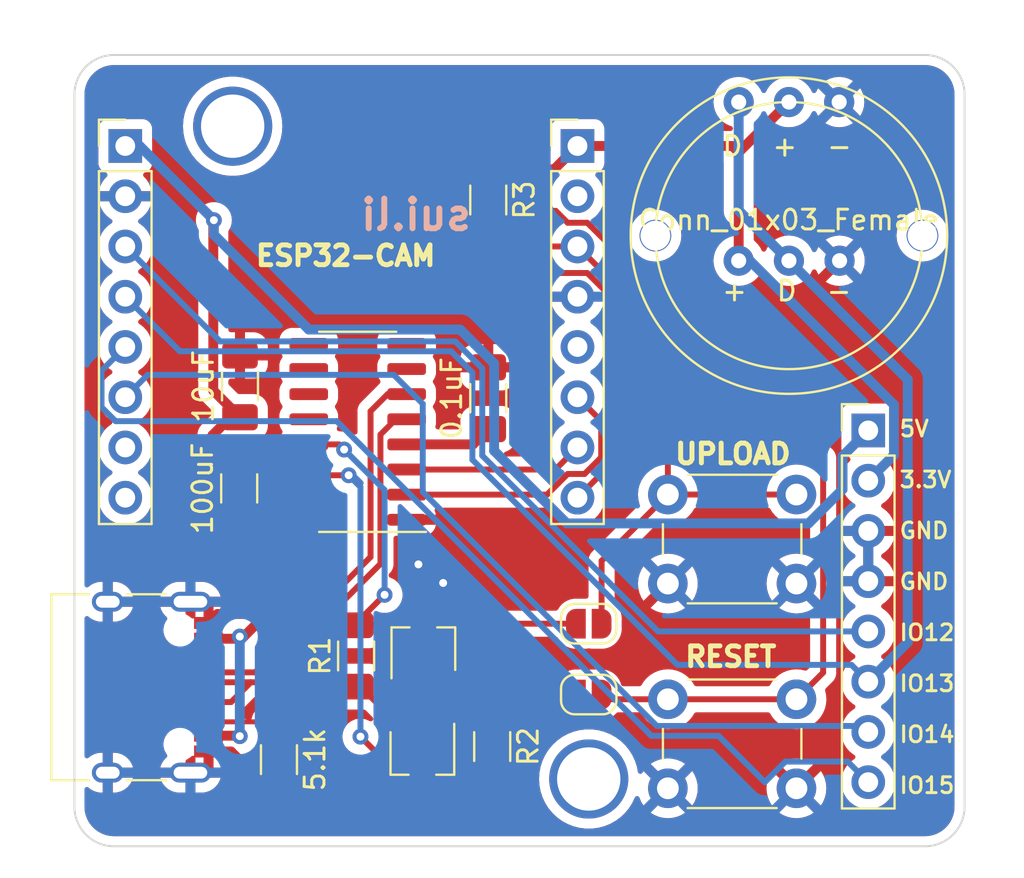
<source format=kicad_pcb>
(kicad_pcb (version 20211014) (generator pcbnew)
  (layers (0 "F.Cu" signal) (31 "B.Cu" signal) (34 "B.Paste" user) (35 "F.Paste" user) (36 "B.SilkS" user "B.Silkscreen") (37 "F.SilkS" user "F.Silkscreen") (38 "B.Mask" user) (39 "F.Mask" user) (44 "Edge.Cuts" user))
  (net 0 "")
  (net 1 "GPIO0")
  (net 2 "Net-(Q1-Pad2)")
  (net 3 "Net-(U1-Pad4)")
  (net 4 "GPIO12")
  (net 5 "GPIO13")
  (net 6 "GPIO15")
  (net 7 "GPIO14")
  (net 8 "Vin")
  (net 9 "GND")
  (net 10 "GPIO2")
  (net 11 "RX")
  (net 12 "TX")
  (net 13 "RST")
  (net 14 "GPIO4")
  (net 15 "3.3V")
  (net 16 "GPIO16")
  (net 17 "3.3V{slash}5V")
  (net 20 "D+")
  (net 21 "D-")
  (net 22 "Net-(JP1-Pad1)")
  (net 28 "Net-(J3-PadA5)")
  (net 31 "Net-(Q2-Pad2)")
  (net 32 "Net-(Q1-Pad3)")
  (net 33 "Net-(Q2-Pad3)")
  (net 34 "Net-(JP2-Pad1)")
  (footprint "Connector_PinHeader_2.54mm:PinHeader_1x08_P2.54mm_Vertical" (layer "F.Cu") (at 53.57 110)
    (fp_text reference "J1" hide)
    (fp_text value "Conn_01x08_Female" hide)
    (fp_line (start -1.33 0) (end -1.33 -1.33) (layer "F.SilkS") (width 0.12))
    (fp_line (start -1.33 1.27) (end -1.33 19.11) (layer "F.SilkS") (width 0.12))
    (fp_line (start -1.33 1.27) (end 1.33 1.27) (layer "F.SilkS") (width 0.12))
    (fp_line (start 1.33 1.27) (end 1.33 19.11) (layer "F.SilkS") (width 0.12))
    (fp_line (start -1.33 19.11) (end 1.33 19.11) (layer "F.SilkS") (width 0.12))
    (fp_line (start -1.33 -1.33) (end 0 -1.33) (layer "F.SilkS") (width 0.12))
    (pad "1" thru_hole rect (at 0 0) (size 1.7 1.7) (drill 1) (layers *.Cu *.Mask) (net 8 "Vin"))
    (pad "2" thru_hole oval (at 0 2.54) (size 1.7 1.7) (drill 1) (layers *.Cu *.Mask) (net 9 "GND"))
    (pad "3" thru_hole oval (at 0 5.08) (size 1.7 1.7) (drill 1) (layers *.Cu *.Mask) (net 4 "GPIO12"))
    (pad "4" thru_hole oval (at 0 7.62) (size 1.7 1.7) (drill 1) (layers *.Cu *.Mask) (net 5 "GPIO13"))
    (pad "5" thru_hole oval (at 0 10.16) (size 1.7 1.7) (drill 1) (layers *.Cu *.Mask) (net 6 "GPIO15"))
    (pad "6" thru_hole oval (at 0 12.7) (size 1.7 1.7) (drill 1) (layers *.Cu *.Mask) (net 7 "GPIO14"))
    (pad "7" thru_hole oval (at 0 15.24) (size 1.7 1.7) (drill 1) (layers *.Cu *.Mask) (net 10 "GPIO2"))
    (pad "8" thru_hole oval (at 0 17.78) (size 1.7 1.7) (drill 1) (layers *.Cu *.Mask) (net 14 "GPIO4"))
  )
  (footprint "Button_Switch_THT:SW_PUSH_6mm" (layer "F.Cu") (at 81 127.62)
    (fp_text reference "SW1" hide)
    (fp_text value "SW_Push" hide)
    (fp_line (start 5.5 -1) (end 1 -1) (layer "F.SilkS") (width 0.12))
    (fp_line (start 6.75 3) (end 6.75 1.5) (layer "F.SilkS") (width 0.12))
    (fp_line (start -0.25 1.5) (end -0.25 3) (layer "F.SilkS") (width 0.12))
    (fp_line (start 1 5.5) (end 5.5 5.5) (layer "F.SilkS") (width 0.12))
    (pad "1" thru_hole circle (at 0 0 90) (size 2 2) (drill 1.1) (layers *.Cu *.Mask) (net 1 "GPIO0"))
    (pad "1" thru_hole circle (at 6.5 0 90) (size 2 2) (drill 1.1) (layers *.Cu *.Mask) (net 1 "GPIO0"))
    (pad "2" thru_hole circle (at 6.5 4.5 90) (size 2 2) (drill 1.1) (layers *.Cu *.Mask) (net 9 "GND"))
    (pad "2" thru_hole circle (at 0 4.5 90) (size 2 2) (drill 1.1) (layers *.Cu *.Mask) (net 9 "GND"))
  )
  (footprint "Suat:PIR" (layer "F.Cu") (at 87.12 114.53)
    (fp_text reference "J4" hide)
    (fp_text value "Conn_01x03_Female" (at -0.01 -0.79 unlocked) (layer "F.SilkS"))
    (fp_circle (center 0 0) (end 8 0) (layer "F.SilkS") (width 0.12) (fill none))
    (fp_circle (center 0 0) (end 6.75 0) (layer "F.SilkS") (width 0.12) (fill none))
    (pad "1" thru_hole circle (at -2.54 -6.75) (size 1.524 1.524) (drill 0.762) (layers *.Cu *.Mask) (net 5 "GPIO13"))
    (pad "1" thru_hole circle (at 0 1.27) (size 1.524 1.524) (drill 0.762) (layers *.Cu *.Mask) (net 5 "GPIO13"))
    (pad "2" thru_hole circle (at 0 -6.75) (size 1.524 1.524) (drill 0.762) (layers *.Cu *.Mask) (net 15 "3.3V"))
    (pad "2" thru_hole circle (at -2.54 1.27) (size 1.524 1.524) (drill 0.762) (layers *.Cu *.Mask) (net 15 "3.3V"))
    (pad "3" thru_hole circle (at 2.54 -6.75) (size 1.524 1.524) (drill 0.762) (layers *.Cu *.Mask) (net 9 "GND"))
    (pad "3" thru_hole circle (at 2.56 1.27) (size 1.524 1.524) (drill 0.762) (layers *.Cu *.Mask) (net 9 "GND"))
    (pad "4" thru_hole circle (at -6.75 0) (size 1.6 1.6) (drill 1.5) (layers *.Cu *.Mask))
    (pad "5" thru_hole circle (at 6.75 0) (size 1.6 1.6) (drill 1.5) (layers *.Cu *.Mask))
  )
  (footprint "Capacitor_SMD:C_1206_3216Metric_Pad1.33x1.80mm_HandSolder" (layer "F.Cu") (at 59.37 122.15 -90)
    (fp_text reference "C4" hide)
    (fp_text value "10uF" (at 0 1.85 90) (layer "F.SilkS"))
    (fp_line (start -0.711252 0.91) (end 0.711252 0.91) (layer "F.SilkS") (width 0.12))
    (fp_line (start -0.711252 -0.91) (end 0.711252 -0.91) (layer "F.SilkS") (width 0.12))
    (pad "1" smd roundrect (at -1.5625 0 270) (size 1.325 1.8) (layers "F.Cu" "F.Paste" "F.Mask") (roundrect_rratio 0.1886792453) (net 9 "GND"))
    (pad "2" smd roundrect (at 1.5625 0 270) (size 1.325 1.8) (layers "F.Cu" "F.Paste" "F.Mask") (roundrect_rratio 0.1886792453) (net 8 "Vin"))
  )
  (footprint "Jumper:SolderJumper-2_P1.3mm_Open_RoundedPad1.0x1.5mm" (layer "F.Cu") (at 77 134.15)
    (fp_text reference "JP2" hide)
    (fp_text value "SolderJumper_2_Open" hide)
    (fp_line (start 0.7 1) (end -0.7 1) (layer "F.SilkS") (width 0.12))
    (fp_line (start -0.7 -1) (end 0.7 -1) (layer "F.SilkS") (width 0.12))
    (fp_line (start -1.4 0.3) (end -1.4 -0.3) (layer "F.SilkS") (width 0.12))
    (fp_line (start 1.4 -0.3) (end 1.4 0.3) (layer "F.SilkS") (width 0.12))
    (fp_arc (start 0.7 -1) (mid 1.194975 -0.794975) (end 1.4 -0.3) (layer "F.SilkS") (width 0.12))
    (fp_arc (start 1.4 0.3) (mid 1.194975 0.794975) (end 0.7 1) (layer "F.SilkS") (width 0.12))
    (fp_arc (start -1.4 -0.3) (mid -1.194975 -0.794975) (end -0.7 -1) (layer "F.SilkS") (width 0.12))
    (fp_arc (start -0.7 1) (mid -1.194975 0.794975) (end -1.4 0.3) (layer "F.SilkS") (width 0.12))
    (pad "1" smd custom (at -0.65 0) (size 1 0.5) (layers "F.Cu" "F.Mask") (net 34 "Net-(JP2-Pad1)") (options (clearance outline) (anchor rect)) (primitives (gr_circle (center 0 0.25) (end 0.5 0.25) (width 0) (fill yes)) (gr_circle (center 0 -0.25) (end 0.5 -0.25) (width 0) (fill yes)) (gr_poly (pts (xy 0.5 0.75) (xy 0 0.75) (xy 0 -0.75) (xy 0.5 -0.75)) (width 0) (fill yes))))
    (pad "2" smd custom (at 0.65 0) (size 1 0.5) (layers "F.Cu" "F.Mask") (net 1 "GPIO0") (options (clearance outline) (anchor rect)) (primitives (gr_circle (center 0 0.25) (end 0.5 0.25) (width 0) (fill yes)) (gr_circle (center 0 -0.25) (end 0.5 -0.25) (width 0) (fill yes)) (gr_poly (pts (xy 0 0.75) (xy -0.5 0.75) (xy -0.5 -0.75) (xy 0 -0.75)) (width 0) (fill yes))))
  )
  (footprint "Capacitor_SMD:C_1206_3216Metric_Pad1.33x1.80mm_HandSolder" (layer "F.Cu") (at 59.33 127.31 -90)
    (fp_text reference "C3" hide)
    (fp_text value "100uF" (at 0 1.85 90) (layer "F.SilkS"))
    (fp_line (start -0.711252 0.91) (end 0.711252 0.91) (layer "F.SilkS") (width 0.12))
    (fp_line (start -0.711252 -0.91) (end 0.711252 -0.91) (layer "F.SilkS") (width 0.12))
    (pad "1" smd roundrect (at -1.5625 0 270) (size 1.325 1.8) (layers "F.Cu" "F.Paste" "F.Mask") (roundrect_rratio 0.1886792453) (net 9 "GND"))
    (pad "2" smd roundrect (at 1.5625 0 270) (size 1.325 1.8) (layers "F.Cu" "F.Paste" "F.Mask") (roundrect_rratio 0.1886792453) (net 8 "Vin"))
  )
  (footprint "Resistor_SMD:R_1206_3216Metric_Pad1.30x1.75mm_HandSolder" (layer "F.Cu") (at 61.34 141.02 90)
    (fp_text reference "R4" hide)
    (fp_text value "5.1k" (at 0 1.82 90) (layer "F.SilkS"))
    (fp_line (start -0.727064 0.91) (end 0.727064 0.91) (layer "F.SilkS") (width 0.12))
    (fp_line (start -0.727064 -0.91) (end 0.727064 -0.91) (layer "F.SilkS") (width 0.12))
    (pad "1" smd roundrect (at -1.55 0 90) (size 1.3 1.75) (layers "F.Cu" "F.Paste" "F.Mask") (roundrect_rratio 0.1923076923) (net 9 "GND"))
    (pad "2" smd roundrect (at 1.55 0 90) (size 1.3 1.75) (layers "F.Cu" "F.Paste" "F.Mask") (roundrect_rratio 0.1923076923) (net 28 "Net-(J3-PadA5)"))
  )
  (footprint "Connector_USB:USB_C_Receptacle_HRO_TYPE-C-31-M-12" (layer "F.Cu") (at 53.735 137.36 -90)
    (fp_text reference "J3" hide)
    (fp_text value "USB_C_Receptacle" hide)
    (fp_line (start 4.7 2) (end 4.7 3.9) (layer "F.SilkS") (width 0.12))
    (fp_line (start 4.7 -1.9) (end 4.7 0.1) (layer "F.SilkS") (width 0.12))
    (fp_line (start -4.7 2) (end -4.7 3.9) (layer "F.SilkS") (width 0.12))
    (fp_line (start -4.7 3.9) (end 4.7 3.9) (layer "F.SilkS") (width 0.12))
    (fp_line (start -4.7 -1.9) (end -4.7 0.1) (layer "F.SilkS") (width 0.12))
    (pad "" np_thru_hole circle (at -2.89 -2.6 270) (size 0.65 0.65) (drill 0.65) (layers *.Cu *.Mask))
    (pad "" np_thru_hole circle (at 2.89 -2.6 270) (size 0.65 0.65) (drill 0.65) (layers *.Cu *.Mask))
    (pad "A1" smd rect (at -3.25 -4.045 270) (size 0.6 1.45) (layers "F.Cu" "F.Paste" "F.Mask") (net 9 "GND"))
    (pad "A4" smd rect (at -2.45 -4.045 270) (size 0.6 1.45) (layers "F.Cu" "F.Paste" "F.Mask") (net 8 "Vin"))
    (pad "A5" smd rect (at -1.25 -4.045 270) (size 0.3 1.45) (layers "F.Cu" "F.Paste" "F.Mask") (net 28 "Net-(J3-PadA5)"))
    (pad "A6" smd rect (at -0.25 -4.045 270) (size 0.3 1.45) (layers "F.Cu" "F.Paste" "F.Mask") (net 20 "D+"))
    (pad "A7" smd rect (at 0.25 -4.045 270) (size 0.3 1.45) (layers "F.Cu" "F.Paste" "F.Mask") (net 21 "D-"))
    (pad "A8" smd rect (at 1.25 -4.045 270) (size 0.3 1.45) (layers "F.Cu" "F.Paste" "F.Mask"))
    (pad "A9" smd rect (at 2.45 -4.045 270) (size 0.6 1.45) (layers "F.Cu" "F.Paste" "F.Mask") (net 8 "Vin"))
    (pad "A12" smd rect (at 3.25 -4.045 270) (size 0.6 1.45) (layers "F.Cu" "F.Paste" "F.Mask") (net 9 "GND"))
    (pad "B1" smd rect (at 3.25 -4.045 270) (size 0.6 1.45) (layers "F.Cu" "F.Paste" "F.Mask") (net 9 "GND"))
    (pad "B4" smd rect (at 2.45 -4.045 270) (size 0.6 1.45) (layers "F.Cu" "F.Paste" "F.Mask") (net 8 "Vin"))
    (pad "B5" smd rect (at 1.75 -4.045 270) (size 0.3 1.45) (layers "F.Cu" "F.Paste" "F.Mask") (net 28 "Net-(J3-PadA5)"))
    (pad "B6" smd rect (at 0.75 -4.045 270) (size 0.3 1.45) (layers "F.Cu" "F.Paste" "F.Mask") (net 20 "D+"))
    (pad "B7" smd rect (at -0.75 -4.045 270) (size 0.3 1.45) (layers "F.Cu" "F.Paste" "F.Mask") (net 21 "D-"))
    (pad "B8" smd rect (at -1.75 -4.045 270) (size 0.3 1.45) (layers "F.Cu" "F.Paste" "F.Mask"))
    (pad "B9" smd rect (at -2.45 -4.045 270) (size 0.6 1.45) (layers "F.Cu" "F.Paste" "F.Mask") (net 8 "Vin"))
    (pad "B12" smd rect (at -3.25 -4.045 270) (size 0.6 1.45) (layers "F.Cu" "F.Paste" "F.Mask") (net 9 "GND"))
    (pad "S1" thru_hole oval (at 4.32 -3.13 270) (size 1 2.1) (drill oval 0.6 1.7) (layers *.Cu *.Mask) (net 9 "GND"))
    (pad "S1" thru_hole oval (at -4.32 -3.13 270) (size 1 2.1) (drill oval 0.6 1.7) (layers *.Cu *.Mask) (net 9 "GND"))
    (pad "S1" thru_hole oval (at -4.32 1.05 270) (size 1 1.6) (drill oval 0.6 1.2) (layers *.Cu *.Mask) (net 9 "GND"))
    (pad "S1" thru_hole oval (at 4.32 1.05 270) (size 1 1.6) (drill oval 0.6 1.2) (layers *.Cu *.Mask) (net 9 "GND"))
  )
  (footprint "Package_SO:SOIC-16_3.9x9.9mm_P1.27mm" (layer "F.Cu") (at 65.32 124.45 180)
    (fp_text reference "U1" hide)
    (fp_text value "CH340G")
    (fp_line (start 0 5.06) (end -1.95 5.06) (layer "F.SilkS") (width 0.12))
    (fp_line (start 0 -5.06) (end 1.95 -5.06) (layer "F.SilkS") (width 0.12))
    (fp_line (start 0 -5.06) (end -3.45 -5.06) (layer "F.SilkS") (width 0.12))
    (fp_line (start 0 5.06) (end 1.95 5.06) (layer "F.SilkS") (width 0.12))
    (pad "1" smd roundrect (at -2.475 -4.445 180) (size 1.95 0.6) (layers "F.Cu" "F.Paste" "F.Mask") (net 9 "GND"))
    (pad "2" smd roundrect (at -2.475 -3.175 180) (size 1.95 0.6) (layers "F.Cu" "F.Paste" "F.Mask") (net 11 "RX"))
    (pad "3" smd roundrect (at -2.475 -1.905 180) (size 1.95 0.6) (layers "F.Cu" "F.Paste" "F.Mask") (net 12 "TX"))
    (pad "4" smd roundrect (at -2.475 -0.635 180) (size 1.95 0.6) (layers "F.Cu" "F.Paste" "F.Mask") (net 3 "Net-(U1-Pad4)"))
    (pad "5" smd roundrect (at -2.475 0.635 180) (size 1.95 0.6) (layers "F.Cu" "F.Paste" "F.Mask") (net 20 "D+"))
    (pad "6" smd roundrect (at -2.475 1.905 180) (size 1.95 0.6) (layers "F.Cu" "F.Paste" "F.Mask") (net 21 "D-"))
    (pad "7" smd roundrect (at -2.475 3.175 180) (size 1.95 0.6) (layers "F.Cu" "F.Paste" "F.Mask"))
    (pad "8" smd roundrect (at -2.475 4.445 180) (size 1.95 0.6) (layers "F.Cu" "F.Paste" "F.Mask"))
    (pad "9" smd roundrect (at 2.475 4.445 180) (size 1.95 0.6) (layers "F.Cu" "F.Paste" "F.Mask"))
    (pad "10" smd roundrect (at 2.475 3.175 180) (size 1.95 0.6) (layers "F.Cu" "F.Paste" "F.Mask"))
    (pad "11" smd roundrect (at 2.475 1.905 180) (size 1.95 0.6) (layers "F.Cu" "F.Paste" "F.Mask"))
    (pad "12" smd roundrect (at 2.475 0.635 180) (size 1.95 0.6) (layers "F.Cu" "F.Paste" "F.Mask"))
    (pad "13" smd roundrect (at 2.475 -0.635 180) (size 1.95 0.6) (layers "F.Cu" "F.Paste" "F.Mask") (net 33 "Net-(Q2-Pad3)"))
    (pad "14" smd roundrect (at 2.475 -1.905 180) (size 1.95 0.6) (layers "F.Cu" "F.Paste" "F.Mask") (net 32 "Net-(Q1-Pad3)"))
    (pad "15" smd roundrect (at 2.475 -3.175 180) (size 1.95 0.6) (layers "F.Cu" "F.Paste" "F.Mask"))
    (pad "16" smd roundrect (at 2.475 -4.445 180) (size 1.95 0.6) (layers "F.Cu" "F.Paste" "F.Mask") (net 8 "Vin"))
  )
  (footprint "Resistor_SMD:R_1206_3216Metric_Pad1.30x1.75mm_HandSolder" (layer "F.Cu") (at 65.24 135.78 90)
    (fp_text reference "R1" (at 0 -1.82 90) (layer "F.SilkS"))
    (fp_text value "R")
    (fp_line (start -0.727064 0.91) (end 0.727064 0.91) (layer "F.SilkS") (width 0.12))
    (fp_line (start -0.727064 -0.91) (end 0.727064 -0.91) (layer "F.SilkS") (width 0.12))
    (pad "1" smd roundrect (at -1.55 0 90) (size 1.3 1.75) (layers "F.Cu" "F.Paste" "F.Mask") (roundrect_rratio 0.1923076923) (net 2 "Net-(Q1-Pad2)"))
    (pad "2" smd roundrect (at 1.55 0 90) (size 1.3 1.75) (layers "F.Cu" "F.Paste" "F.Mask") (roundrect_rratio 0.1923076923) (net 33 "Net-(Q2-Pad3)"))
  )
  (footprint "Jumper:SolderJumper-2_P1.3mm_Open_RoundedPad1.0x1.5mm" (layer "F.Cu") (at 77 137.73)
    (fp_text reference "JP1" hide)
    (fp_text value "SolderJumper_2_Open" hide)
    (fp_line (start -0.7 -1) (end 0.7 -1) (layer "F.SilkS") (width 0.12))
    (fp_line (start 0.7 1) (end -0.7 1) (layer "F.SilkS") (width 0.12))
    (fp_line (start -1.4 0.3) (end -1.4 -0.3) (layer "F.SilkS") (width 0.12))
    (fp_line (start 1.4 -0.3) (end 1.4 0.3) (layer "F.SilkS") (width 0.12))
    (fp_arc (start -0.7 1) (mid -1.194975 0.794975) (end -1.4 0.3) (layer "F.SilkS") (width 0.12))
    (fp_arc (start -1.4 -0.3) (mid -1.194975 -0.794975) (end -0.7 -1) (layer "F.SilkS") (width 0.12))
    (fp_arc (start 1.4 0.3) (mid 1.194975 0.794975) (end 0.7 1) (layer "F.SilkS") (width 0.12))
    (fp_arc (start 0.7 -1) (mid 1.194975 -0.794975) (end 1.4 -0.3) (layer "F.SilkS") (width 0.12))
    (pad "1" smd custom (at -0.65 0) (size 1 0.5) (layers "F.Cu" "F.Mask") (net 22 "Net-(JP1-Pad1)") (options (clearance outline) (anchor rect)) (primitives (gr_circle (center 0 0.25) (end 0.5 0.25) (width 0) (fill yes)) (gr_circle (center 0 -0.25) (end 0.5 -0.25) (width 0) (fill yes)) (gr_poly (pts (xy 0.5 0.75) (xy 0 0.75) (xy 0 -0.75) (xy 0.5 -0.75)) (width 0) (fill yes))))
    (pad "2" smd custom (at 0.65 0) (size 1 0.5) (layers "F.Cu" "F.Mask") (net 13 "RST") (options (clearance outline) (anchor rect)) (primitives (gr_circle (center 0 0.25) (end 0.5 0.25) (width 0) (fill yes)) (gr_circle (center 0 -0.25) (end 0.5 -0.25) (width 0) (fill yes)) (gr_poly (pts (xy 0 0.75) (xy -0.5 0.75) (xy -0.5 -0.75) (xy 0 -0.75)) (width 0) (fill yes))))
  )
  (footprint "Suat:MountingHole_3.2mm_M3_small" (layer "F.Cu") (at 59 109)
    (fp_text reference "REF**" hide)
    (fp_text value "MountingHole_3.2mm_M3_small" hide)
    (pad "1" thru_hole circle (at 0 0) (size 4 4) (drill 3.2) (layers *.Cu *.Mask))
  )
  (footprint "Connector_PinHeader_2.54mm:PinHeader_1x08_P2.54mm_Vertical" (layer "F.Cu") (at 76.43 110)
    (fp_text reference "J2" hide)
    (fp_text value "Conn_01x08_Female" hide)
    (fp_line (start -1.33 0) (end -1.33 -1.33) (layer "F.SilkS") (width 0.12))
    (fp_line (start -1.33 1.27) (end 1.33 1.27) (layer "F.SilkS") (width 0.12))
    (fp_line (start -1.33 -1.33) (end 0 -1.33) (layer "F.SilkS") (width 0.12))
    (fp_line (start -1.33 19.11) (end 1.33 19.11) (layer "F.SilkS") (width 0.12))
    (fp_line (start 1.33 1.27) (end 1.33 19.11) (layer "F.SilkS") (width 0.12))
    (fp_line (start -1.33 1.27) (end -1.33 19.11) (layer "F.SilkS") (width 0.12))
    (pad "1" thru_hole rect (at 0 0) (size 1.7 1.7) (drill 1) (layers *.Cu *.Mask) (net 15 "3.3V"))
    (pad "2" thru_hole oval (at 0 2.54) (size 1.7 1.7) (drill 1) (layers *.Cu *.Mask) (net 16 "GPIO16"))
    (pad "3" thru_hole oval (at 0 5.08) (size 1.7 1.7) (drill 1) (layers *.Cu *.Mask) (net 1 "GPIO0"))
    (pad "4" thru_hole oval (at 0 7.62) (size 1.7 1.7) (drill 1) (layers *.Cu *.Mask) (net 9 "GND"))
    (pad "5" thru_hole oval (at 0 10.16) (size 1.7 1.7) (drill 1) (layers *.Cu *.Mask) (net 17 "3.3V{slash}5V"))
    (pad "6" thru_hole oval (at 0 12.7) (size 1.7 1.7) (drill 1) (layers *.Cu *.Mask) (net 11 "RX"))
    (pad "7" thru_hole oval (at 0 15.24) (size 1.7 1.7) (drill 1) (layers *.Cu *.Mask) (net 12 "TX"))
    (pad "8" thru_hole oval (at 0 17.78) (size 1.7 1.7) (drill 1) (layers *.Cu *.Mask) (net 13 "RST"))
  )
  (footprint "Resistor_SMD:R_1206_3216Metric_Pad1.30x1.75mm_HandSolder" (layer "F.Cu") (at 72.12 140.36 -90)
    (fp_text reference "R2" (at 0 -1.82 90) (layer "F.SilkS"))
    (fp_text value "R")
    (fp_line (start -0.727064 0.91) (end 0.727064 0.91) (layer "F.SilkS") (width 0.12))
    (fp_line (start -0.727064 -0.91) (end 0.727064 -0.91) (layer "F.SilkS") (width 0.12))
    (pad "1" smd roundrect (at -1.55 0 270) (size 1.3 1.75) (layers "F.Cu" "F.Paste" "F.Mask") (roundrect_rratio 0.1923076923) (net 31 "Net-(Q2-Pad2)"))
    (pad "2" smd roundrect (at 1.55 0 270) (size 1.3 1.75) (layers "F.Cu" "F.Paste" "F.Mask") (roundrect_rratio 0.1923076923) (net 32 "Net-(Q1-Pad3)"))
  )
  (footprint "Capacitor_SMD:C_1206_3216Metric_Pad1.33x1.80mm_HandSolder" (layer "F.Cu") (at 71.92 122.75 -90)
    (fp_text reference "C1" hide)
    (fp_text value "0.1uF" (at 0 1.85 90) (layer "F.SilkS"))
    (fp_line (start -0.711252 0.91) (end 0.711252 0.91) (layer "F.SilkS") (width 0.12))
    (fp_line (start -0.711252 -0.91) (end 0.711252 -0.91) (layer "F.SilkS") (width 0.12))
    (pad "1" smd roundrect (at -1.5625 0 270) (size 1.325 1.8) (layers "F.Cu" "F.Paste" "F.Mask") (roundrect_rratio 0.188679) (net 9 "GND"))
    (pad "2" smd roundrect (at 1.5625 0 270) (size 1.325 1.8) (layers "F.Cu" "F.Paste" "F.Mask") (roundrect_rratio 0.188679) (net 3 "Net-(U1-Pad4)"))
  )
  (footprint "Resistor_SMD:R_1206_3216Metric_Pad1.30x1.75mm_HandSolder" (layer "F.Cu") (at 71.92 112.73 -90)
    (fp_text reference "R3" (at 0 -1.82 90) (layer "F.SilkS"))
    (fp_text value "R")
    (fp_line (start -0.727064 -0.91) (end 0.727064 -0.91) (layer "F.SilkS") (width 0.12))
    (fp_line (start -0.727064 0.91) (end 0.727064 0.91) (layer "F.SilkS") (width 0.12))
    (pad "1" smd roundrect (at -1.55 0 270) (size 1.3 1.75) (layers "F.Cu" "F.Paste" "F.Mask") (roundrect_rratio 0.192308) (net 15 "3.3V"))
    (pad "2" smd roundrect (at 1.55 0 270) (size 1.3 1.75) (layers "F.Cu" "F.Paste" "F.Mask") (roundrect_rratio 0.192308) (net 1 "GPIO0"))
  )
  (footprint "Package_TO_SOT_SMD:SOT-23W" (layer "F.Cu") (at 68.64 135.41 90)
    (fp_text reference "Q2" hide)
    (fp_text value "BC547" hide)
    (fp_line (start -1.5 -1.61) (end 1.075 -1.61) (layer "F.SilkS") (width 0.12))
    (fp_line (start 1.075 0.7) (end 1.075 1.61) (layer "F.SilkS") (width 0.12))
    (fp_line (start -1.075 1.61) (end 1.075 1.61) (layer "F.SilkS") (width 0.12))
    (fp_line (start 1.075 -1.61) (end 1.075 -0.7) (layer "F.SilkS") (width 0.12))
    (pad "1" smd rect (at -1.2 -0.95 90) (size 1 0.7) (layers "F.Cu" "F.Paste" "F.Mask") (net 34 "Net-(JP2-Pad1)"))
    (pad "2" smd rect (at -1.2 0.95 90) (size 1 0.7) (layers "F.Cu" "F.Paste" "F.Mask") (net 31 "Net-(Q2-Pad2)"))
    (pad "3" smd rect (at 1.2 0 90) (size 1 0.7) (layers "F.Cu" "F.Paste" "F.Mask") (net 33 "Net-(Q2-Pad3)"))
  )
  (footprint "Connector_PinHeader_2.54mm:PinHeader_1x08_P2.54mm_Vertical" (layer "F.Cu") (at 91.13 124.38)
    (fp_text reference "J5" hide)
    (fp_text value "Conn_01x08_Female" hide)
    (fp_line (start -1.33 0) (end -1.33 -1.33) (layer "F.SilkS") (width 0.12))
    (fp_line (start -1.33 1.27) (end 1.33 1.27) (layer "F.SilkS") (width 0.12))
    (fp_line (start -1.33 1.27) (end -1.33 19.11) (layer "F.SilkS") (width 0.12))
    (fp_line (start -1.33 -1.33) (end 0 -1.33) (layer "F.SilkS") (width 0.12))
    (fp_line (start -1.33 19.11) (end 1.33 19.11) (layer "F.SilkS") (width 0.12))
    (fp_line (start 1.33 1.27) (end 1.33 19.11) (layer "F.SilkS") (width 0.12))
    (pad "1" thru_hole rect (at 0 0) (size 1.7 1.7) (drill 1) (layers *.Cu *.Mask) (net 8 "Vin"))
    (pad "2" thru_hole oval (at 0 2.54) (size 1.7 1.7) (drill 1) (layers *.Cu *.Mask) (net 15 "3.3V"))
    (pad "3" thru_hole oval (at 0 5.08) (size 1.7 1.7) (drill 1) (layers *.Cu *.Mask) (net 9 "GND"))
    (pad "4" thru_hole oval (at 0 7.62) (size 1.7 1.7) (drill 1) (layers *.Cu *.Mask) (net 9 "GND"))
    (pad "5" thru_hole oval (at 0 10.16) (size 1.7 1.7) (drill 1) (layers *.Cu *.Mask) (net 4 "GPIO12"))
    (pad "6" thru_hole oval (at 0 12.7) (size 1.7 1.7) (drill 1) (layers *.Cu *.Mask) (net 5 "GPIO13"))
    (pad "7" thru_hole oval (at 0 15.24) (size 1.7 1.7) (drill 1) (layers *.Cu *.Mask) (net 7 "GPIO14"))
    (pad "8" thru_hole oval (at 0 17.78) (size 1.7 1.7) (drill 1) (layers *.Cu *.Mask) (net 6 "GPIO15"))
  )
  (footprint "Button_Switch_THT:SW_PUSH_6mm" (layer "F.Cu") (at 81 137.97)
    (fp_text reference "SW2" hide)
    (fp_text value "SW_Push" hide)
    (fp_line (start 6.75 3) (end 6.75 1.5) (layer "F.SilkS") (width 0.12))
    (fp_line (start 1 5.5) (end 5.5 5.5) (layer "F.SilkS") (width 0.12))
    (fp_line (start -0.25 1.5) (end -0.25 3) (layer "F.SilkS") (width 0.12))
    (fp_line (start 5.5 -1) (end 1 -1) (layer "F.SilkS") (width 0.12))
    (pad "1" thru_hole circle (at 0 0 90) (size 2 2) (drill 1.1) (layers *.Cu *.Mask) (net 13 "RST"))
    (pad "1" thru_hole circle (at 6.5 0 90) (size 2 2) (drill 1.1) (layers *.Cu *.Mask) (net 13 "RST"))
    (pad "2" thru_hole circle (at 0 4.5 90) (size 2 2) (drill 1.1) (layers *.Cu *.Mask) (net 9 "GND"))
    (pad "2" thru_hole circle (at 6.5 4.5 90) (size 2 2) (drill 1.1) (layers *.Cu *.Mask) (net 9 "GND"))
  )
  (footprint "Package_TO_SOT_SMD:SOT-23W" (layer "F.Cu") (at 68.59 140.71 -90)
    (fp_text reference "Q1" hide)
    (fp_text value "BC547" hide)
    (fp_line (start 1.075 -1.61) (end 1.075 -0.7) (layer "F.SilkS") (width 0.12))
    (fp_line (start 1.075 0.7) (end 1.075 1.61) (layer "F.SilkS") (width 0.12))
    (fp_line (start -1.075 1.61) (end 1.075 1.61) (layer "F.SilkS") (width 0.12))
    (fp_line (start -1.5 -1.61) (end 1.075 -1.61) (layer "F.SilkS") (width 0.12))
    (pad "1" smd rect (at -1.2 -0.95 270) (size 1 0.7) (layers "F.Cu" "F.Paste" "F.Mask") (net 22 "Net-(JP1-Pad1)"))
    (pad "2" smd rect (at -1.2 0.95 270) (size 1 0.7) (layers "F.Cu" "F.Paste" "F.Mask") (net 2 "Net-(Q1-Pad2)"))
    (pad "3" smd rect (at 1.2 0 270) (size 1 0.7) (layers "F.Cu" "F.Paste" "F.Mask") (net 32 "Net-(Q1-Pad3)"))
  )
  (footprint "Suat:MountingHole_3.2mm_M3_small" (layer "F.Cu") (at 77 142)
    (fp_text reference "REF**" hide)
    (fp_text value "MountingHole_3.2mm_M3_small" hide)
    (pad "1" thru_hole circle (at 0 0) (size 4 4) (drill 3.2) (layers *.Cu *.Mask))
  )
  (gr_line (start 51 107.4) (end 51 143.4) (layer "Edge.Cuts") (width 0.1))
  (gr_arc (start 51 107.4) (mid 51.585786 105.985786) (end 53 105.4) (layer "Edge.Cuts") (width 0.1))
  (gr_arc (start 94 105.4) (mid 95.414214 105.985786) (end 96 107.4) (layer "Edge.Cuts") (width 0.1))
  (gr_arc (start 96 143.4) (mid 95.414214 144.814214) (end 94 145.4) (layer "Edge.Cuts") (width 0.1))
  (gr_line (start 94 145.4) (end 53 145.4) (layer "Edge.Cuts") (width 0.1))
  (gr_line (start 96 107.4) (end 96 143.4) (layer "Edge.Cuts") (width 0.1))
  (gr_line (start 53 105.4) (end 94 105.4) (layer "Edge.Cuts") (width 0.1))
  (gr_arc (start 53 145.4) (mid 51.585786 144.814214) (end 51 143.4) (layer "Edge.Cuts") (width 0.1))
  (gr_text "sui.li" (at 68.27 113.48) (layer "B.SilkS") (effects (font (size 1.5 1.5) (thickness 0.3)) (justify mirror)))
  (gr_text "+  D  -" (at 87.01 117.33) (layer "F.SilkS") (effects (font (size 1 1))))
  (gr_text "D  +  -" (at 87.03 110.01) (layer "F.SilkS") (effects (font (size 1 1))))
  (gr_text "UPLOAD" (at 84.29 125.57) (layer "F.SilkS") (effects (font (size 1 1) (thickness 0.25))))
  (gr_text "RESET" (at 84.18 135.82) (layer "F.SilkS") (effects (font (size 1 1) (thickness 0.25))))
  (gr_text "5V\n\n3.3V\n\nGND\n\nGND\n\nIO12\n\nIO13\n\nIO14\n\nIO15" (at 92.63 133.31) (layer "F.SilkS") (effects (font (size 0.8 0.8)) (justify left)))
  (gr_text "ESP32-CAM" (at 64.71 115.55) (layer "F.SilkS") (effects (font (size 1 1) (thickness 0.25))))
  (segment (start 87.5 127.62) (end 81 127.62) (width 0.3) (layer "F.Cu") (net 1))
  (segment (start 81 119.65) (end 76.43 115.08) (width 0.3) (layer "F.Cu") (net 1))
  (segment (start 76.43 115.08) (end 72.72 115.08) (width 0.3) (layer "F.Cu") (net 1))
  (segment (start 77.65 134.15) (end 77.65 130.97) (width 0.3) (layer "F.Cu") (net 1))
  (segment (start 81 127.62) (end 81 119.65) (width 0.3) (layer "F.Cu") (net 1))
  (segment (start 77.65 130.97) (end 81 127.62) (width 0.3) (layer "F.Cu") (net 1))
  (segment (start 72.72 115.08) (end 71.92 114.28) (width 0.3) (layer "F.Cu") (net 1))
  (segment (start 65.24 137.33) (end 65.46 137.33) (width 0.3) (layer "F.Cu") (net 2))
  (segment (start 65.46 137.33) (end 67.64 139.51) (width 0.3) (layer "F.Cu") (net 2))
  (segment (start 67.795 125.085) (end 71.1475 125.085) (width 0.5) (layer "F.Cu") (net 3))
  (segment (start 71.1475 125.085) (end 71.92 124.3125) (width 0.5) (layer "F.Cu") (net 3))
  (segment (start 71.617534 125.653157) (end 80.504377 134.54) (width 0.3) (layer "B.Cu") (net 4))
  (segment (start 70.251211 119.879215) (end 71.617534 121.245538) (width 0.3) (layer "B.Cu") (net 4))
  (segment (start 80.504377 134.54) (end 91.13 134.54) (width 0.3) (layer "B.Cu") (net 4))
  (segment (start 53.57 115.08) (end 58.369215 119.879215) (width 0.3) (layer "B.Cu") (net 4))
  (segment (start 58.369215 119.879215) (end 70.251211 119.879215) (width 0.3) (layer "B.Cu") (net 4))
  (segment (start 71.617534 121.245538) (end 71.617534 125.653157) (width 0.3) (layer "B.Cu") (net 4))
  (segment (start 84.58 113.26) (end 87.12 115.8) (width 0.5) (layer "B.Cu") (net 5))
  (segment (start 71.118023 125.860062) (end 81.487961 136.23) (width 0.3) (layer "B.Cu") (net 5))
  (segment (start 56.328726 120.378726) (end 70.044307 120.378726) (width 0.3) (layer "B.Cu") (net 5))
  (segment (start 81.487961 136.23) (end 90.28 136.23) (width 0.3) (layer "B.Cu") (net 5))
  (segment (start 71.118023 121.452442) (end 71.118023 125.860062) (width 0.3) (layer "B.Cu") (net 5))
  (segment (start 84.58 107.78) (end 84.58 113.26) (width 0.5) (layer "B.Cu") (net 5))
  (segment (start 70.044307 120.378726) (end 71.118023 121.452442) (width 0.3) (layer "B.Cu") (net 5))
  (segment (start 90.28 136.23) (end 91.13 137.08) (width 0.3) (layer "B.Cu") (net 5))
  (segment (start 53.57 117.62) (end 56.328726 120.378726) (width 0.3) (layer "B.Cu") (net 5))
  (segment (start 93.129022 135.080978) (end 91.13 137.08) (width 0.5) (layer "B.Cu") (net 5))
  (segment (start 87.12 115.8) (end 93.129022 121.809022) (width 0.5) (layer "B.Cu") (net 5))
  (segment (start 93.129022 121.809022) (end 93.129022 135.080978) (width 0.5) (layer "B.Cu") (net 5))
  (segment (start 83.560524 139.819022) (end 80.169022 139.819022) (width 0.3) (layer "B.Cu") (net 6))
  (segment (start 52.370489 123.200489) (end 53.08 123.91) (width 0.3) (layer "B.Cu") (net 6))
  (segment (start 52.370489 121.359511) (end 52.370489 123.200489) (width 0.3) (layer "B.Cu") (net 6))
  (segment (start 85.901502 142.16) (end 83.560524 139.819022) (width 0.3) (layer "B.Cu") (net 6))
  (segment (start 86.941013 141.120489) (end 85.901502 142.16) (width 0.3) (layer "B.Cu") (net 6))
  (segment (start 53.57 120.16) (end 52.370489 121.359511) (width 0.3) (layer "B.Cu") (net 6))
  (segment (start 91.13 142.16) (end 90.090489 141.120489) (width 0.3) (layer "B.Cu") (net 6))
  (segment (start 64.26 123.91) (end 53.08 123.91) (width 0.3) (layer "B.Cu") (net 6))
  (segment (start 90.090489 141.120489) (end 86.941013 141.120489) (width 0.3) (layer "B.Cu") (net 6))
  (segment (start 80.169022 139.819022) (end 64.26 123.91) (width 0.3) (layer "B.Cu") (net 6))
  (segment (start 67.146905 121.570489) (end 68.609511 123.033095) (width 0.3) (layer "B.Cu") (net 7))
  (segment (start 90.829511 139.319511) (end 91.13 139.62) (width 0.3) (layer "B.Cu") (net 7))
  (segment (start 54.699511 121.570489) (end 67.146905 121.570489) (width 0.3) (layer "B.Cu") (net 7))
  (segment (start 68.609511 127.488009) (end 80.441013 139.319511) (width 0.3) (layer "B.Cu") (net 7))
  (segment (start 80.441013 139.319511) (end 90.829511 139.319511) (width 0.3) (layer "B.Cu") (net 7))
  (segment (start 53.57 122.7) (end 54.699511 121.570489) (width 0.3) (layer "B.Cu") (net 7))
  (segment (start 68.609511 123.033095) (end 68.609511 127.488009) (width 0.3) (layer "B.Cu") (net 7))
  (segment (start 57.98048 124.61952) (end 58.8875 123.7125) (width 0.5) (layer "F.Cu") (net 8))
  (segment (start 58.02048 113.77952) (end 58.05 113.75) (width 0.5) (layer "F.Cu") (net 8))
  (segment (start 57.98048 127.52298) (end 57.98048 124.61952) (width 0.5) (layer "F.Cu") (net 8))
  (segment (start 59.335142 139.81) (end 59.359642 139.8345) (width 0.5) (layer "F.Cu") (net 8))
  (segment (start 60.41452 133.94975) (end 60.41452 129.95702) (width 0.5) (layer "F.Cu") (net 8))
  (segment (start 62.8225 128.8725) (end 62.845 128.895) (width 0.5) (layer "F.Cu") (net 8))
  (segment (start 60.41452 129.95702) (end 59.33 128.8725) (width 0.5) (layer "F.Cu") (net 8))
  (segment (start 58.02048 114.45048) (end 58.02048 113.77952) (width 0.5) (layer "F.Cu") (net 8))
  (segment (start 59.25 134.91) (end 59.36 134.8) (width 0.5) (layer "F.Cu") (net 8))
  (segment (start 59.36 134.8) (end 59.56427 134.8) (width 0.5) (layer "F.Cu") (net 8))
  (segment (start 59.33 128.8725) (end 62.8225 128.8725) (width 0.5) (layer "F.Cu") (net 8))
  (segment (start 59.56427 134.8) (end 60.41452 133.94975) (width 0.5) (layer "F.Cu") (net 8))
  (segment (start 59.37 123.7125) (end 58.02048 122.36298) (width 0.5) (layer "F.Cu") (net 8))
  (segment (start 57.78 134.91) (end 59.25 134.91) (width 0.5) (layer "F.Cu") (net 8))
  (segment (start 57.78 139.81) (end 59.335142 139.81) (width 0.5) (layer "F.Cu") (net 8))
  (segment (start 58.8875 123.7125) (end 59.37 123.7125) (width 0.5) (layer "F.Cu") (net 8))
  (segment (start 58.02048 122.36298) (end 58.02048 114.45048) (width 0.5) (layer "F.Cu") (net 8))
  (segment (start 59.33 128.8725) (end 57.98048 127.52298) (width 0.5) (layer "F.Cu") (net 8))
  (via (at 59.36 134.8) (size 0.8) (drill 0.4) (layers "F.Cu" "B.Cu") (net 8))
  (via (at 58.05 113.75) (size 0.8) (drill 0.4) (layers "F.Cu" "B.Cu") (net 8))
  (via (at 59.359642 139.8345) (size 0.8) (drill 0.4) (layers "F.Cu" "B.Cu") (net 8))
  (segment (start 72.217045 120.997212) (end 72.217045 125.404832) (width 0.5) (layer "B.Cu") (net 8))
  (segment (start 54.3 110) (end 53.57 110) (width 0.5) (layer "B.Cu") (net 8))
  (segment (start 58.05 114.48) (end 62.849705 119.279705) (width 0.5) (layer "B.Cu") (net 8))
  (segment (start 70.499538 119.279705) (end 72.217045 120.997212) (width 0.5) (layer "B.Cu") (net 8))
  (segment (start 72.217045 125.404832) (end 75.891724 129.079511) (width 0.5) (layer "B.Cu") (net 8))
  (segment (start 58.05 113.75) (end 58.05 114.48) (width 0.5) (layer "B.Cu") (net 8))
  (segment (start 75.891724 129.079511) (end 88.110489 129.079511) (width 0.5) (layer "B.Cu") (net 8))
  (segment (start 89.830489 125.679511) (end 91.13 124.38) (width 0.5) (layer "B.Cu") (net 8))
  (segment (start 62.849705 119.279705) (end 70.499538 119.279705) (width 0.5) (layer "B.Cu") (net 8))
  (segment (start 89.830489 127.359511) (end 89.830489 125.679511) (width 0.5) (layer "B.Cu") (net 8))
  (segment (start 88.110489 129.079511) (end 89.830489 127.359511) (width 0.5) (layer "B.Cu") (net 8))
  (segment (start 58.05 113.75) (end 54.3 110) (width 0.5) (layer "B.Cu") (net 8))
  (segment (start 59.36 134.8) (end 59.36 139.834142) (width 0.5) (layer "B.Cu") (net 8))
  (segment (start 59.36 139.834142) (end 59.359642 139.8345) (width 0.5) (layer "B.Cu") (net 8))
  (segment (start 58.915 140.61) (end 59.215 140.91) (width 0.5) (layer "F.Cu") (net 9))
  (segment (start 57.78 134.11) (end 58.23 133.66) (width 0.5) (layer "F.Cu") (net 9))
  (segment (start 57.78 140.61) (end 58.915 140.61) (width 0.5) (layer "F.Cu") (net 9))
  (segment (start 58.23 133.66) (end 59.715 133.66) (width 0.5) (layer "F.Cu") (net 9))
  (via (at 68.39 131.15) (size 0.8) (drill 0.4) (layers "F.Cu" "B.Cu") (net 9))
  (via (at 69.64 132.09) (size 0.8) (drill 0.4) (layers "F.Cu" "B.Cu") (net 9))
  (segment (start 77.63 125.74) (end 77.63 123.9) (width 0.3) (layer "F.Cu") (net 11))
  (segment (start 77.63 123.9) (end 76.43 122.7) (width 0.3) (layer "F.Cu") (net 11))
  (segment (start 76.789511 126.580489) (end 77.63 125.74) (width 0.3) (layer "F.Cu") (net 11))
  (segment (start 74.888634 127.625) (end 75.933145 126.580489) (width 0.3) (layer "F.Cu") (net 11))
  (segment (start 75.933145 126.580489) (end 76.789511 126.580489) (width 0.3) (layer "F.Cu") (net 11))
  (segment (start 67.795 127.625) (end 74.888634 127.625) (width 0.3) (layer "F.Cu") (net 11))
  (segment (start 67.795 126.355) (end 75.315 126.355) (width 0.3) (layer "F.Cu") (net 12))
  (segment (start 75.315 126.355) (end 76.43 125.24) (width 0.3) (layer "F.Cu") (net 12))
  (segment (start 70.68 114.912849) (end 70.68 113.647151) (width 0.3) (layer "F.Cu") (net 13))
  (segment (start 76.926855 113.880489) (end 88.849511 125.803145) (width 0.3) (layer "F.Cu") (net 13))
  (segment (start 78.129511 126.080489) (end 78.129511 117.623145) (width 0.3) (layer "F.Cu") (net 13))
  (segment (start 77.89 137.97) (end 81 137.97) (width 0.3) (layer "F.Cu") (net 13))
  (segment (start 75.333136 113.28048) (end 75.933145 113.880489) (width 0.3) (layer "F.Cu") (net 13))
  (segment (start 70.68 113.647151) (end 71.046671 113.28048) (width 0.3) (layer "F.Cu") (net 13))
  (segment (start 76.43 127.78) (end 78.129511 126.080489) (width 0.3) (layer "F.Cu") (net 13))
  (segment (start 71.046671 113.28048) (end 75.333136 113.28048) (width 0.3) (layer "F.Cu") (net 13))
  (segment (start 81 137.97) (end 87.5 137.97) (width 0.3) (layer "F.Cu") (net 13))
  (segment (start 75.933145 113.880489) (end 76.926855 113.880489) (width 0.3) (layer "F.Cu") (net 13))
  (segment (start 88.849511 136.620489) (end 87.5 137.97) (width 0.3) (layer "F.Cu") (net 13))
  (segment (start 77.65 137.73) (end 77.89 137.97) (width 0.3) (layer "F.Cu") (net 13))
  (segment (start 76.926855 116.420489) (end 72.18764 116.420489) (width 0.3) (layer "F.Cu") (net 13))
  (segment (start 78.129511 117.623145) (end 76.926855 116.420489) (width 0.3) (layer "F.Cu") (net 13))
  (segment (start 88.849511 125.803145) (end 88.849511 136.620489) (width 0.3) (layer "F.Cu") (net 13))
  (segment (start 72.18764 116.420489) (end 70.68 114.912849) (width 0.3) (layer "F.Cu") (net 13))
  (segment (start 71.92 111.18) (end 75.25 111.18) (width 0.5) (layer "F.Cu") (net 15))
  (segment (start 75.25 111.18) (end 76.43 110) (width 0.5) (layer "F.Cu") (net 15))
  (segment (start 84.58 115.8) (end 84.58 110.32) (width 0.5) (layer "F.Cu") (net 15))
  (segment (start 76.43 110) (end 84.26 110) (width 0.5) (layer "F.Cu") (net 15))
  (segment (start 84.58 110.32) (end 87.12 107.78) (width 0.5) (layer "F.Cu") (net 15))
  (segment (start 84.26 110) (end 84.58 110.32) (width 0.5) (layer "F.Cu") (net 15))
  (segment (start 85.149022 115.8) (end 92.429511 123.080489) (width 0.5) (layer "B.Cu") (net 15))
  (segment (start 84.58 115.8) (end 85.149022 115.8) (width 0.5) (layer "B.Cu") (net 15))
  (segment (start 92.429511 125.620489) (end 91.13 126.92) (width 0.5) (layer "B.Cu") (net 15))
  (segment (start 92.429511 123.080489) (end 92.429511 125.620489) (width 0.5) (layer "B.Cu") (net 15))
  (segment (start 76.434202 112.54) (end 76.43 112.54) (width 0.5) (layer "F.Cu") (net 16))
  (segment (start 59.919956 137.11) (end 60.487151 137.11) (width 0.3) (layer "F.Cu") (net 20))
  (segment (start 66.47048 124.58952) (end 67.245 123.815) (width 0.3) (layer "F.Cu") (net 20))
  (segment (start 57.78 138.11) (end 58.919956 138.11) (width 0.3) (layer "F.Cu") (net 20))
  (segment (start 57.78 137.11) (end 59.919956 137.11) (width 0.3) (layer "F.Cu") (net 20))
  (segment (start 58.919956 138.11) (end 59.919956 137.11) (width 0.3) (layer "F.Cu") (net 20))
  (segment (start 66.47048 131.126671) (end 66.47048 124.58952) (width 0.3) (layer "F.Cu") (net 20))
  (segment (start 60.487151 137.11) (end 66.47048 131.126671) (width 0.3) (layer "F.Cu") (net 20))
  (segment (start 67.245 123.815) (end 67.795 123.815) (width 0.3) (layer "F.Cu") (net 20))
  (segment (start 66.835 122.545) (end 67.795 122.545) (width 0.3) (layer "F.Cu") (net 21))
  (segment (start 56.705978 137.61) (end 56.695 137.599022) (width 0.3) (layer "F.Cu") (net 21))
  (segment (start 65.970969 123.409031) (end 66.835 122.545) (width 0.3) (layer "F.Cu") (net 21))
  (segment (start 65.970969 130.773052) (end 65.970969 123.409031) (width 0.3) (layer "F.Cu") (net 21))
  (segment (start 56.695 136.803542) (end 56.888542 136.61) (width 0.3) (layer "F.Cu") (net 21))
  (segment (start 57.78 137.61) (end 56.705978 137.61) (width 0.3) (layer "F.Cu") (net 21))
  (segment (start 57.78 136.61) (end 60.134021 136.61) (width 0.3) (layer "F.Cu") (net 21))
  (segment (start 56.695 137.599022) (end 56.695 136.803542) (width 0.3) (layer "F.Cu") (net 21))
  (segment (start 56.888542 136.61) (end 57.78 136.61) (width 0.3) (layer "F.Cu") (net 21))
  (segment (start 60.134021 136.61) (end 65.970969 130.773052) (width 0.3) (layer "F.Cu") (net 21))
  (segment (start 69.83952 139.80952) (end 74.27048 139.80952) (width 0.3) (layer "F.Cu") (net 22))
  (segment (start 69.54 139.51) (end 69.83952 139.80952) (width 0.3) (layer "F.Cu") (net 22))
  (segment (start 74.27048 139.80952) (end 76.35 137.73) (width 0.3) (layer "F.Cu") (net 22))
  (segment (start 56.717482 136.11) (end 57.78 136.11) (width 0.25) (layer "F.Cu") (net 28))
  (segment (start 56.890689 139.11) (end 56.220489 138.4398) (width 0.25) (layer "F.Cu") (net 28))
  (segment (start 57.78 139.11) (end 56.890689 139.11) (width 0.25) (layer "F.Cu") (net 28))
  (segment (start 57.78 139.11) (end 60.98 139.11) (width 0.25) (layer "F.Cu") (net 28))
  (segment (start 56.220489 138.4398) (end 56.220489 136.606993) (width 0.25) (layer "F.Cu") (net 28))
  (segment (start 60.98 139.11) (end 61.34 139.47) (width 0.25) (layer "F.Cu") (net 28))
  (segment (start 56.220489 136.606993) (end 56.717482 136.11) (width 0.25) (layer "F.Cu") (net 28))
  (segment (start 69.59 136.61) (end 69.92 136.61) (width 0.3) (layer "F.Cu") (net 31))
  (segment (start 69.92 136.61) (end 72.12 138.81) (width 0.3) (layer "F.Cu") (net 31))
  (segment (start 68.59 141.91) (end 72.12 141.91) (width 0.3) (layer "F.Cu") (net 32))
  (segment (start 63.134977 126.644977) (end 64.865023 126.644977) (width 0.3) (layer "F.Cu") (net 32))
  (segment (start 67.51 141.91) (end 65.46 139.86) (width 0.3) (layer "F.Cu") (net 32))
  (segment (start 68.59 141.91) (end 67.51 141.91) (width 0.3) (layer "F.Cu") (net 32))
  (segment (start 62.845 126.355) (end 63.134977 126.644977) (width 0.3) (layer "F.Cu") (net 32))
  (via (at 65.46 139.86) (size 0.8) (drill 0.4) (layers "F.Cu" "B.Cu") (net 32))
  (via (at 64.865023 126.644977) (size 0.8) (drill 0.4) (layers "F.Cu" "B.Cu") (net 32))
  (segment (start 65.46 139.86) (end 65.46 127.239954) (width 0.3) (layer "B.Cu") (net 32))
  (segment (start 65.46 127.239954) (end 64.865023 126.644977) (width 0.3) (layer "B.Cu") (net 32))
  (segment (start 65.471449 127.041449) (end 65.074977 126.644977) (width 0.3) (layer "B.Cu") (net 32))
  (segment (start 65.074977 126.644977) (end 64.865023 126.644977) (width 0.3) (layer "B.Cu") (net 32))
  (segment (start 65.24 134.13) (end 66.68 132.69) (width 0.3) (layer "F.Cu") (net 33))
  (segment (start 65.26 134.21) (end 68.64 134.21) (width 0.3) (layer "F.Cu") (net 33))
  (segment (start 62.845 125.085) (end 64.375046 125.085) (width 0.3) (layer "F.Cu") (net 33))
  (segment (start 65.24 134.23) (end 65.26 134.21) (width 0.3) (layer "F.Cu") (net 33))
  (segment (start 65.24 134.23) (end 65.24 134.13) (width 0.3) (layer "F.Cu") (net 33))
  (segment (start 64.375046 125.085) (end 64.635023 125.344977) (width 0.3) (layer "F.Cu") (net 33))
  (via (at 64.635023 125.344977) (size 0.8) (drill 0.4) (layers "F.Cu" "B.Cu") (net 33))
  (via (at 66.68 132.69) (size 0.8) (drill 0.4) (layers "F.Cu" "B.Cu") (net 33))
  (segment (start 66.68 132.69) (end 66.68 127.389954) (width 0.3) (layer "B.Cu") (net 33))
  (segment (start 66.68 127.389954) (end 64.635023 125.344977) (width 0.3) (layer "B.Cu") (net 33))
  (segment (start 70.15 134.15) (end 76.35 134.15) (width 0.3) (layer "F.Cu") (net 34))
  (segment (start 67.69 136.61) (end 70.15 134.15) (width 0.3) (layer "F.Cu") (net 34))
  (zone (net 9) (net_name "GND") (layer "F.Cu") (connect_pads (clearance 0.508)) (min_thickness 0.254) (fill yes (thermal_gap 0.508) (thermal_bridge_width 0.508))
    (polygon (pts (xy 98.346303 103.163852) (xy 97.361111 147.011311) (xy 47.237993 146.228094) (xy 50.703185 102.800635)))
  )
  (zone (net 9) (net_name "GND") (layer "B.Cu") (connect_pads (clearance 0.508)) (min_thickness 0.254) (fill yes (thermal_gap 0.508) (thermal_bridge_width 0.508))
    (polygon (pts (xy 99.02 102.99) (xy 98.713562 128.966702) (xy 98.713559 128.966938) (xy 98.508342 146.36313) (xy 48.438342 146.50313) (xy 48.43 106.4) (xy 48.51 102.62)))
  )
)
</source>
